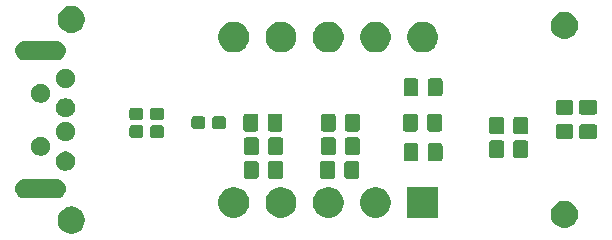
<source format=gbr>
G04 #@! TF.GenerationSoftware,KiCad,Pcbnew,(5.1.0)-1*
G04 #@! TF.CreationDate,2022-11-08T17:01:55+01:00*
G04 #@! TF.ProjectId,USB - UART,55534220-2d20-4554-9152-542e6b696361,rev?*
G04 #@! TF.SameCoordinates,Original*
G04 #@! TF.FileFunction,Soldermask,Bot*
G04 #@! TF.FilePolarity,Negative*
%FSLAX46Y46*%
G04 Gerber Fmt 4.6, Leading zero omitted, Abs format (unit mm)*
G04 Created by KiCad (PCBNEW (5.1.0)-1) date 2022-11-08 17:01:55*
%MOMM*%
%LPD*%
G04 APERTURE LIST*
%ADD10C,0.100000*%
G04 APERTURE END LIST*
D10*
G36*
X108224549Y-109871116D02*
G01*
X108335734Y-109893232D01*
X108545203Y-109979997D01*
X108733720Y-110105960D01*
X108894040Y-110266280D01*
X109020003Y-110454797D01*
X109106768Y-110664266D01*
X109151000Y-110886636D01*
X109151000Y-111113364D01*
X109106768Y-111335734D01*
X109020003Y-111545203D01*
X108894040Y-111733720D01*
X108733720Y-111894040D01*
X108545203Y-112020003D01*
X108335734Y-112106768D01*
X108224549Y-112128884D01*
X108113365Y-112151000D01*
X107886635Y-112151000D01*
X107775451Y-112128884D01*
X107664266Y-112106768D01*
X107454797Y-112020003D01*
X107266280Y-111894040D01*
X107105960Y-111733720D01*
X106979997Y-111545203D01*
X106893232Y-111335734D01*
X106849000Y-111113364D01*
X106849000Y-110886636D01*
X106893232Y-110664266D01*
X106979997Y-110454797D01*
X107105960Y-110266280D01*
X107266280Y-110105960D01*
X107454797Y-109979997D01*
X107664266Y-109893232D01*
X107775451Y-109871116D01*
X107886635Y-109849000D01*
X108113365Y-109849000D01*
X108224549Y-109871116D01*
X108224549Y-109871116D01*
G37*
G36*
X149974549Y-109371116D02*
G01*
X150085734Y-109393232D01*
X150295203Y-109479997D01*
X150483720Y-109605960D01*
X150644040Y-109766280D01*
X150770003Y-109954797D01*
X150770004Y-109954799D01*
X150856768Y-110164267D01*
X150901000Y-110386635D01*
X150901000Y-110613365D01*
X150890875Y-110664266D01*
X150856768Y-110835734D01*
X150770003Y-111045203D01*
X150644040Y-111233720D01*
X150483720Y-111394040D01*
X150295203Y-111520003D01*
X150085734Y-111606768D01*
X149974549Y-111628884D01*
X149863365Y-111651000D01*
X149636635Y-111651000D01*
X149525451Y-111628884D01*
X149414266Y-111606768D01*
X149204797Y-111520003D01*
X149016280Y-111394040D01*
X148855960Y-111233720D01*
X148729997Y-111045203D01*
X148643232Y-110835734D01*
X148609125Y-110664266D01*
X148599000Y-110613365D01*
X148599000Y-110386635D01*
X148643232Y-110164267D01*
X148729996Y-109954799D01*
X148729997Y-109954797D01*
X148855960Y-109766280D01*
X149016280Y-109605960D01*
X149204797Y-109479997D01*
X149414266Y-109393232D01*
X149525451Y-109371116D01*
X149636635Y-109349000D01*
X149863365Y-109349000D01*
X149974549Y-109371116D01*
X149974549Y-109371116D01*
G37*
G36*
X130129487Y-108248996D02*
G01*
X130366253Y-108347068D01*
X130366255Y-108347069D01*
X130579339Y-108489447D01*
X130760553Y-108670661D01*
X130849556Y-108803863D01*
X130902932Y-108883747D01*
X131001004Y-109120513D01*
X131051000Y-109371861D01*
X131051000Y-109628139D01*
X131001004Y-109879487D01*
X130902932Y-110116253D01*
X130902931Y-110116255D01*
X130760553Y-110329339D01*
X130579339Y-110510553D01*
X130366255Y-110652931D01*
X130366254Y-110652932D01*
X130366253Y-110652932D01*
X130129487Y-110751004D01*
X129878139Y-110801000D01*
X129621861Y-110801000D01*
X129370513Y-110751004D01*
X129133747Y-110652932D01*
X129133746Y-110652932D01*
X129133745Y-110652931D01*
X128920661Y-110510553D01*
X128739447Y-110329339D01*
X128597069Y-110116255D01*
X128597068Y-110116253D01*
X128498996Y-109879487D01*
X128449000Y-109628139D01*
X128449000Y-109371861D01*
X128498996Y-109120513D01*
X128597068Y-108883747D01*
X128650445Y-108803863D01*
X128739447Y-108670661D01*
X128920661Y-108489447D01*
X129133745Y-108347069D01*
X129133747Y-108347068D01*
X129370513Y-108248996D01*
X129621861Y-108199000D01*
X129878139Y-108199000D01*
X130129487Y-108248996D01*
X130129487Y-108248996D01*
G37*
G36*
X134129487Y-108248996D02*
G01*
X134366253Y-108347068D01*
X134366255Y-108347069D01*
X134579339Y-108489447D01*
X134760553Y-108670661D01*
X134849556Y-108803863D01*
X134902932Y-108883747D01*
X135001004Y-109120513D01*
X135051000Y-109371861D01*
X135051000Y-109628139D01*
X135001004Y-109879487D01*
X134902932Y-110116253D01*
X134902931Y-110116255D01*
X134760553Y-110329339D01*
X134579339Y-110510553D01*
X134366255Y-110652931D01*
X134366254Y-110652932D01*
X134366253Y-110652932D01*
X134129487Y-110751004D01*
X133878139Y-110801000D01*
X133621861Y-110801000D01*
X133370513Y-110751004D01*
X133133747Y-110652932D01*
X133133746Y-110652932D01*
X133133745Y-110652931D01*
X132920661Y-110510553D01*
X132739447Y-110329339D01*
X132597069Y-110116255D01*
X132597068Y-110116253D01*
X132498996Y-109879487D01*
X132449000Y-109628139D01*
X132449000Y-109371861D01*
X132498996Y-109120513D01*
X132597068Y-108883747D01*
X132650445Y-108803863D01*
X132739447Y-108670661D01*
X132920661Y-108489447D01*
X133133745Y-108347069D01*
X133133747Y-108347068D01*
X133370513Y-108248996D01*
X133621861Y-108199000D01*
X133878139Y-108199000D01*
X134129487Y-108248996D01*
X134129487Y-108248996D01*
G37*
G36*
X139051000Y-110801000D02*
G01*
X136449000Y-110801000D01*
X136449000Y-108199000D01*
X139051000Y-108199000D01*
X139051000Y-110801000D01*
X139051000Y-110801000D01*
G37*
G36*
X122129487Y-108248996D02*
G01*
X122366253Y-108347068D01*
X122366255Y-108347069D01*
X122579339Y-108489447D01*
X122760553Y-108670661D01*
X122849556Y-108803863D01*
X122902932Y-108883747D01*
X123001004Y-109120513D01*
X123051000Y-109371861D01*
X123051000Y-109628139D01*
X123001004Y-109879487D01*
X122902932Y-110116253D01*
X122902931Y-110116255D01*
X122760553Y-110329339D01*
X122579339Y-110510553D01*
X122366255Y-110652931D01*
X122366254Y-110652932D01*
X122366253Y-110652932D01*
X122129487Y-110751004D01*
X121878139Y-110801000D01*
X121621861Y-110801000D01*
X121370513Y-110751004D01*
X121133747Y-110652932D01*
X121133746Y-110652932D01*
X121133745Y-110652931D01*
X120920661Y-110510553D01*
X120739447Y-110329339D01*
X120597069Y-110116255D01*
X120597068Y-110116253D01*
X120498996Y-109879487D01*
X120449000Y-109628139D01*
X120449000Y-109371861D01*
X120498996Y-109120513D01*
X120597068Y-108883747D01*
X120650445Y-108803863D01*
X120739447Y-108670661D01*
X120920661Y-108489447D01*
X121133745Y-108347069D01*
X121133747Y-108347068D01*
X121370513Y-108248996D01*
X121621861Y-108199000D01*
X121878139Y-108199000D01*
X122129487Y-108248996D01*
X122129487Y-108248996D01*
G37*
G36*
X126129487Y-108248996D02*
G01*
X126366253Y-108347068D01*
X126366255Y-108347069D01*
X126579339Y-108489447D01*
X126760553Y-108670661D01*
X126849556Y-108803863D01*
X126902932Y-108883747D01*
X127001004Y-109120513D01*
X127051000Y-109371861D01*
X127051000Y-109628139D01*
X127001004Y-109879487D01*
X126902932Y-110116253D01*
X126902931Y-110116255D01*
X126760553Y-110329339D01*
X126579339Y-110510553D01*
X126366255Y-110652931D01*
X126366254Y-110652932D01*
X126366253Y-110652932D01*
X126129487Y-110751004D01*
X125878139Y-110801000D01*
X125621861Y-110801000D01*
X125370513Y-110751004D01*
X125133747Y-110652932D01*
X125133746Y-110652932D01*
X125133745Y-110652931D01*
X124920661Y-110510553D01*
X124739447Y-110329339D01*
X124597069Y-110116255D01*
X124597068Y-110116253D01*
X124498996Y-109879487D01*
X124449000Y-109628139D01*
X124449000Y-109371861D01*
X124498996Y-109120513D01*
X124597068Y-108883747D01*
X124650445Y-108803863D01*
X124739447Y-108670661D01*
X124920661Y-108489447D01*
X125133745Y-108347069D01*
X125133747Y-108347068D01*
X125370513Y-108248996D01*
X125621861Y-108199000D01*
X125878139Y-108199000D01*
X126129487Y-108248996D01*
X126129487Y-108248996D01*
G37*
G36*
X106817747Y-107540921D02*
G01*
X106897376Y-107548764D01*
X107050627Y-107595252D01*
X107050630Y-107595253D01*
X107191863Y-107670744D01*
X107315659Y-107772341D01*
X107417256Y-107896137D01*
X107492747Y-108037370D01*
X107492748Y-108037373D01*
X107539236Y-108190624D01*
X107554933Y-108350000D01*
X107539236Y-108509376D01*
X107492748Y-108662627D01*
X107492747Y-108662630D01*
X107417256Y-108803863D01*
X107315659Y-108927659D01*
X107191863Y-109029256D01*
X107050630Y-109104747D01*
X107050627Y-109104748D01*
X106897376Y-109151236D01*
X106817747Y-109159079D01*
X106777934Y-109163000D01*
X104022066Y-109163000D01*
X103982253Y-109159079D01*
X103902624Y-109151236D01*
X103749373Y-109104748D01*
X103749370Y-109104747D01*
X103608137Y-109029256D01*
X103484341Y-108927659D01*
X103382744Y-108803863D01*
X103307253Y-108662630D01*
X103307252Y-108662627D01*
X103260764Y-108509376D01*
X103245067Y-108350000D01*
X103260764Y-108190624D01*
X103307252Y-108037373D01*
X103307253Y-108037370D01*
X103382744Y-107896137D01*
X103484341Y-107772341D01*
X103608137Y-107670744D01*
X103749370Y-107595253D01*
X103749373Y-107595252D01*
X103902624Y-107548764D01*
X103982253Y-107540921D01*
X104022066Y-107537000D01*
X106777934Y-107537000D01*
X106817747Y-107540921D01*
X106817747Y-107540921D01*
G37*
G36*
X132213674Y-106003465D02*
G01*
X132251367Y-106014899D01*
X132286103Y-106033466D01*
X132316548Y-106058452D01*
X132341534Y-106088897D01*
X132360101Y-106123633D01*
X132371535Y-106161326D01*
X132376000Y-106206661D01*
X132376000Y-107293339D01*
X132371535Y-107338674D01*
X132360101Y-107376367D01*
X132341534Y-107411103D01*
X132316548Y-107441548D01*
X132286103Y-107466534D01*
X132251367Y-107485101D01*
X132213674Y-107496535D01*
X132168339Y-107501000D01*
X131331661Y-107501000D01*
X131286326Y-107496535D01*
X131248633Y-107485101D01*
X131213897Y-107466534D01*
X131183452Y-107441548D01*
X131158466Y-107411103D01*
X131139899Y-107376367D01*
X131128465Y-107338674D01*
X131124000Y-107293339D01*
X131124000Y-106206661D01*
X131128465Y-106161326D01*
X131139899Y-106123633D01*
X131158466Y-106088897D01*
X131183452Y-106058452D01*
X131213897Y-106033466D01*
X131248633Y-106014899D01*
X131286326Y-106003465D01*
X131331661Y-105999000D01*
X132168339Y-105999000D01*
X132213674Y-106003465D01*
X132213674Y-106003465D01*
G37*
G36*
X130163674Y-106003465D02*
G01*
X130201367Y-106014899D01*
X130236103Y-106033466D01*
X130266548Y-106058452D01*
X130291534Y-106088897D01*
X130310101Y-106123633D01*
X130321535Y-106161326D01*
X130326000Y-106206661D01*
X130326000Y-107293339D01*
X130321535Y-107338674D01*
X130310101Y-107376367D01*
X130291534Y-107411103D01*
X130266548Y-107441548D01*
X130236103Y-107466534D01*
X130201367Y-107485101D01*
X130163674Y-107496535D01*
X130118339Y-107501000D01*
X129281661Y-107501000D01*
X129236326Y-107496535D01*
X129198633Y-107485101D01*
X129163897Y-107466534D01*
X129133452Y-107441548D01*
X129108466Y-107411103D01*
X129089899Y-107376367D01*
X129078465Y-107338674D01*
X129074000Y-107293339D01*
X129074000Y-106206661D01*
X129078465Y-106161326D01*
X129089899Y-106123633D01*
X129108466Y-106088897D01*
X129133452Y-106058452D01*
X129163897Y-106033466D01*
X129198633Y-106014899D01*
X129236326Y-106003465D01*
X129281661Y-105999000D01*
X130118339Y-105999000D01*
X130163674Y-106003465D01*
X130163674Y-106003465D01*
G37*
G36*
X123688674Y-106003465D02*
G01*
X123726367Y-106014899D01*
X123761103Y-106033466D01*
X123791548Y-106058452D01*
X123816534Y-106088897D01*
X123835101Y-106123633D01*
X123846535Y-106161326D01*
X123851000Y-106206661D01*
X123851000Y-107293339D01*
X123846535Y-107338674D01*
X123835101Y-107376367D01*
X123816534Y-107411103D01*
X123791548Y-107441548D01*
X123761103Y-107466534D01*
X123726367Y-107485101D01*
X123688674Y-107496535D01*
X123643339Y-107501000D01*
X122806661Y-107501000D01*
X122761326Y-107496535D01*
X122723633Y-107485101D01*
X122688897Y-107466534D01*
X122658452Y-107441548D01*
X122633466Y-107411103D01*
X122614899Y-107376367D01*
X122603465Y-107338674D01*
X122599000Y-107293339D01*
X122599000Y-106206661D01*
X122603465Y-106161326D01*
X122614899Y-106123633D01*
X122633466Y-106088897D01*
X122658452Y-106058452D01*
X122688897Y-106033466D01*
X122723633Y-106014899D01*
X122761326Y-106003465D01*
X122806661Y-105999000D01*
X123643339Y-105999000D01*
X123688674Y-106003465D01*
X123688674Y-106003465D01*
G37*
G36*
X125738674Y-106003465D02*
G01*
X125776367Y-106014899D01*
X125811103Y-106033466D01*
X125841548Y-106058452D01*
X125866534Y-106088897D01*
X125885101Y-106123633D01*
X125896535Y-106161326D01*
X125901000Y-106206661D01*
X125901000Y-107293339D01*
X125896535Y-107338674D01*
X125885101Y-107376367D01*
X125866534Y-107411103D01*
X125841548Y-107441548D01*
X125811103Y-107466534D01*
X125776367Y-107485101D01*
X125738674Y-107496535D01*
X125693339Y-107501000D01*
X124856661Y-107501000D01*
X124811326Y-107496535D01*
X124773633Y-107485101D01*
X124738897Y-107466534D01*
X124708452Y-107441548D01*
X124683466Y-107411103D01*
X124664899Y-107376367D01*
X124653465Y-107338674D01*
X124649000Y-107293339D01*
X124649000Y-106206661D01*
X124653465Y-106161326D01*
X124664899Y-106123633D01*
X124683466Y-106088897D01*
X124708452Y-106058452D01*
X124738897Y-106033466D01*
X124773633Y-106014899D01*
X124811326Y-106003465D01*
X124856661Y-105999000D01*
X125693339Y-105999000D01*
X125738674Y-106003465D01*
X125738674Y-106003465D01*
G37*
G36*
X107737142Y-105218242D02*
G01*
X107885101Y-105279529D01*
X108018255Y-105368499D01*
X108131501Y-105481745D01*
X108220471Y-105614899D01*
X108281758Y-105762858D01*
X108313000Y-105919925D01*
X108313000Y-106080075D01*
X108281758Y-106237142D01*
X108220471Y-106385101D01*
X108131501Y-106518255D01*
X108018255Y-106631501D01*
X107885101Y-106720471D01*
X107737142Y-106781758D01*
X107580075Y-106813000D01*
X107419925Y-106813000D01*
X107262858Y-106781758D01*
X107114899Y-106720471D01*
X106981745Y-106631501D01*
X106868499Y-106518255D01*
X106779529Y-106385101D01*
X106718242Y-106237142D01*
X106687000Y-106080075D01*
X106687000Y-105919925D01*
X106718242Y-105762858D01*
X106779529Y-105614899D01*
X106868499Y-105481745D01*
X106981745Y-105368499D01*
X107114899Y-105279529D01*
X107262858Y-105218242D01*
X107419925Y-105187000D01*
X107580075Y-105187000D01*
X107737142Y-105218242D01*
X107737142Y-105218242D01*
G37*
G36*
X137213674Y-104503465D02*
G01*
X137251367Y-104514899D01*
X137286103Y-104533466D01*
X137316548Y-104558452D01*
X137341534Y-104588897D01*
X137360101Y-104623633D01*
X137371535Y-104661326D01*
X137376000Y-104706661D01*
X137376000Y-105793339D01*
X137371535Y-105838674D01*
X137360101Y-105876367D01*
X137341534Y-105911103D01*
X137316548Y-105941548D01*
X137286103Y-105966534D01*
X137251367Y-105985101D01*
X137213674Y-105996535D01*
X137168339Y-106001000D01*
X136331661Y-106001000D01*
X136286326Y-105996535D01*
X136248633Y-105985101D01*
X136213897Y-105966534D01*
X136183452Y-105941548D01*
X136158466Y-105911103D01*
X136139899Y-105876367D01*
X136128465Y-105838674D01*
X136124000Y-105793339D01*
X136124000Y-104706661D01*
X136128465Y-104661326D01*
X136139899Y-104623633D01*
X136158466Y-104588897D01*
X136183452Y-104558452D01*
X136213897Y-104533466D01*
X136248633Y-104514899D01*
X136286326Y-104503465D01*
X136331661Y-104499000D01*
X137168339Y-104499000D01*
X137213674Y-104503465D01*
X137213674Y-104503465D01*
G37*
G36*
X139263674Y-104503465D02*
G01*
X139301367Y-104514899D01*
X139336103Y-104533466D01*
X139366548Y-104558452D01*
X139391534Y-104588897D01*
X139410101Y-104623633D01*
X139421535Y-104661326D01*
X139426000Y-104706661D01*
X139426000Y-105793339D01*
X139421535Y-105838674D01*
X139410101Y-105876367D01*
X139391534Y-105911103D01*
X139366548Y-105941548D01*
X139336103Y-105966534D01*
X139301367Y-105985101D01*
X139263674Y-105996535D01*
X139218339Y-106001000D01*
X138381661Y-106001000D01*
X138336326Y-105996535D01*
X138298633Y-105985101D01*
X138263897Y-105966534D01*
X138233452Y-105941548D01*
X138208466Y-105911103D01*
X138189899Y-105876367D01*
X138178465Y-105838674D01*
X138174000Y-105793339D01*
X138174000Y-104706661D01*
X138178465Y-104661326D01*
X138189899Y-104623633D01*
X138208466Y-104588897D01*
X138233452Y-104558452D01*
X138263897Y-104533466D01*
X138298633Y-104514899D01*
X138336326Y-104503465D01*
X138381661Y-104499000D01*
X139218339Y-104499000D01*
X139263674Y-104503465D01*
X139263674Y-104503465D01*
G37*
G36*
X146513674Y-104253465D02*
G01*
X146551367Y-104264899D01*
X146586103Y-104283466D01*
X146616548Y-104308452D01*
X146641534Y-104338897D01*
X146660101Y-104373633D01*
X146671535Y-104411326D01*
X146676000Y-104456661D01*
X146676000Y-105543339D01*
X146671535Y-105588674D01*
X146660101Y-105626367D01*
X146641534Y-105661103D01*
X146616548Y-105691548D01*
X146586103Y-105716534D01*
X146551367Y-105735101D01*
X146513674Y-105746535D01*
X146468339Y-105751000D01*
X145631661Y-105751000D01*
X145586326Y-105746535D01*
X145548633Y-105735101D01*
X145513897Y-105716534D01*
X145483452Y-105691548D01*
X145458466Y-105661103D01*
X145439899Y-105626367D01*
X145428465Y-105588674D01*
X145424000Y-105543339D01*
X145424000Y-104456661D01*
X145428465Y-104411326D01*
X145439899Y-104373633D01*
X145458466Y-104338897D01*
X145483452Y-104308452D01*
X145513897Y-104283466D01*
X145548633Y-104264899D01*
X145586326Y-104253465D01*
X145631661Y-104249000D01*
X146468339Y-104249000D01*
X146513674Y-104253465D01*
X146513674Y-104253465D01*
G37*
G36*
X144463674Y-104253465D02*
G01*
X144501367Y-104264899D01*
X144536103Y-104283466D01*
X144566548Y-104308452D01*
X144591534Y-104338897D01*
X144610101Y-104373633D01*
X144621535Y-104411326D01*
X144626000Y-104456661D01*
X144626000Y-105543339D01*
X144621535Y-105588674D01*
X144610101Y-105626367D01*
X144591534Y-105661103D01*
X144566548Y-105691548D01*
X144536103Y-105716534D01*
X144501367Y-105735101D01*
X144463674Y-105746535D01*
X144418339Y-105751000D01*
X143581661Y-105751000D01*
X143536326Y-105746535D01*
X143498633Y-105735101D01*
X143463897Y-105716534D01*
X143433452Y-105691548D01*
X143408466Y-105661103D01*
X143389899Y-105626367D01*
X143378465Y-105588674D01*
X143374000Y-105543339D01*
X143374000Y-104456661D01*
X143378465Y-104411326D01*
X143389899Y-104373633D01*
X143408466Y-104338897D01*
X143433452Y-104308452D01*
X143463897Y-104283466D01*
X143498633Y-104264899D01*
X143536326Y-104253465D01*
X143581661Y-104249000D01*
X144418339Y-104249000D01*
X144463674Y-104253465D01*
X144463674Y-104253465D01*
G37*
G36*
X105637142Y-103968242D02*
G01*
X105785101Y-104029529D01*
X105918255Y-104118499D01*
X106031501Y-104231745D01*
X106120471Y-104364899D01*
X106181758Y-104512858D01*
X106213000Y-104669925D01*
X106213000Y-104830075D01*
X106181758Y-104987142D01*
X106120471Y-105135101D01*
X106031501Y-105268255D01*
X105918255Y-105381501D01*
X105785101Y-105470471D01*
X105637142Y-105531758D01*
X105480075Y-105563000D01*
X105319925Y-105563000D01*
X105162858Y-105531758D01*
X105014899Y-105470471D01*
X104881745Y-105381501D01*
X104768499Y-105268255D01*
X104679529Y-105135101D01*
X104618242Y-104987142D01*
X104587000Y-104830075D01*
X104587000Y-104669925D01*
X104618242Y-104512858D01*
X104679529Y-104364899D01*
X104768499Y-104231745D01*
X104881745Y-104118499D01*
X105014899Y-104029529D01*
X105162858Y-103968242D01*
X105319925Y-103937000D01*
X105480075Y-103937000D01*
X105637142Y-103968242D01*
X105637142Y-103968242D01*
G37*
G36*
X132263674Y-104003465D02*
G01*
X132301367Y-104014899D01*
X132336103Y-104033466D01*
X132366548Y-104058452D01*
X132391534Y-104088897D01*
X132410101Y-104123633D01*
X132421535Y-104161326D01*
X132426000Y-104206661D01*
X132426000Y-105293339D01*
X132421535Y-105338674D01*
X132410101Y-105376367D01*
X132391534Y-105411103D01*
X132366548Y-105441548D01*
X132336103Y-105466534D01*
X132301367Y-105485101D01*
X132263674Y-105496535D01*
X132218339Y-105501000D01*
X131381661Y-105501000D01*
X131336326Y-105496535D01*
X131298633Y-105485101D01*
X131263897Y-105466534D01*
X131233452Y-105441548D01*
X131208466Y-105411103D01*
X131189899Y-105376367D01*
X131178465Y-105338674D01*
X131174000Y-105293339D01*
X131174000Y-104206661D01*
X131178465Y-104161326D01*
X131189899Y-104123633D01*
X131208466Y-104088897D01*
X131233452Y-104058452D01*
X131263897Y-104033466D01*
X131298633Y-104014899D01*
X131336326Y-104003465D01*
X131381661Y-103999000D01*
X132218339Y-103999000D01*
X132263674Y-104003465D01*
X132263674Y-104003465D01*
G37*
G36*
X130213674Y-104003465D02*
G01*
X130251367Y-104014899D01*
X130286103Y-104033466D01*
X130316548Y-104058452D01*
X130341534Y-104088897D01*
X130360101Y-104123633D01*
X130371535Y-104161326D01*
X130376000Y-104206661D01*
X130376000Y-105293339D01*
X130371535Y-105338674D01*
X130360101Y-105376367D01*
X130341534Y-105411103D01*
X130316548Y-105441548D01*
X130286103Y-105466534D01*
X130251367Y-105485101D01*
X130213674Y-105496535D01*
X130168339Y-105501000D01*
X129331661Y-105501000D01*
X129286326Y-105496535D01*
X129248633Y-105485101D01*
X129213897Y-105466534D01*
X129183452Y-105441548D01*
X129158466Y-105411103D01*
X129139899Y-105376367D01*
X129128465Y-105338674D01*
X129124000Y-105293339D01*
X129124000Y-104206661D01*
X129128465Y-104161326D01*
X129139899Y-104123633D01*
X129158466Y-104088897D01*
X129183452Y-104058452D01*
X129213897Y-104033466D01*
X129248633Y-104014899D01*
X129286326Y-104003465D01*
X129331661Y-103999000D01*
X130168339Y-103999000D01*
X130213674Y-104003465D01*
X130213674Y-104003465D01*
G37*
G36*
X125763674Y-104003465D02*
G01*
X125801367Y-104014899D01*
X125836103Y-104033466D01*
X125866548Y-104058452D01*
X125891534Y-104088897D01*
X125910101Y-104123633D01*
X125921535Y-104161326D01*
X125926000Y-104206661D01*
X125926000Y-105293339D01*
X125921535Y-105338674D01*
X125910101Y-105376367D01*
X125891534Y-105411103D01*
X125866548Y-105441548D01*
X125836103Y-105466534D01*
X125801367Y-105485101D01*
X125763674Y-105496535D01*
X125718339Y-105501000D01*
X124881661Y-105501000D01*
X124836326Y-105496535D01*
X124798633Y-105485101D01*
X124763897Y-105466534D01*
X124733452Y-105441548D01*
X124708466Y-105411103D01*
X124689899Y-105376367D01*
X124678465Y-105338674D01*
X124674000Y-105293339D01*
X124674000Y-104206661D01*
X124678465Y-104161326D01*
X124689899Y-104123633D01*
X124708466Y-104088897D01*
X124733452Y-104058452D01*
X124763897Y-104033466D01*
X124798633Y-104014899D01*
X124836326Y-104003465D01*
X124881661Y-103999000D01*
X125718339Y-103999000D01*
X125763674Y-104003465D01*
X125763674Y-104003465D01*
G37*
G36*
X123713674Y-104003465D02*
G01*
X123751367Y-104014899D01*
X123786103Y-104033466D01*
X123816548Y-104058452D01*
X123841534Y-104088897D01*
X123860101Y-104123633D01*
X123871535Y-104161326D01*
X123876000Y-104206661D01*
X123876000Y-105293339D01*
X123871535Y-105338674D01*
X123860101Y-105376367D01*
X123841534Y-105411103D01*
X123816548Y-105441548D01*
X123786103Y-105466534D01*
X123751367Y-105485101D01*
X123713674Y-105496535D01*
X123668339Y-105501000D01*
X122831661Y-105501000D01*
X122786326Y-105496535D01*
X122748633Y-105485101D01*
X122713897Y-105466534D01*
X122683452Y-105441548D01*
X122658466Y-105411103D01*
X122639899Y-105376367D01*
X122628465Y-105338674D01*
X122624000Y-105293339D01*
X122624000Y-104206661D01*
X122628465Y-104161326D01*
X122639899Y-104123633D01*
X122658466Y-104088897D01*
X122683452Y-104058452D01*
X122713897Y-104033466D01*
X122748633Y-104014899D01*
X122786326Y-104003465D01*
X122831661Y-103999000D01*
X123668339Y-103999000D01*
X123713674Y-104003465D01*
X123713674Y-104003465D01*
G37*
G36*
X107737142Y-102718242D02*
G01*
X107885101Y-102779529D01*
X108018255Y-102868499D01*
X108131501Y-102981745D01*
X108220471Y-103114899D01*
X108281758Y-103262858D01*
X108313000Y-103419925D01*
X108313000Y-103580075D01*
X108281758Y-103737142D01*
X108220471Y-103885101D01*
X108131501Y-104018255D01*
X108018255Y-104131501D01*
X107885101Y-104220471D01*
X107737142Y-104281758D01*
X107580075Y-104313000D01*
X107419925Y-104313000D01*
X107262858Y-104281758D01*
X107114899Y-104220471D01*
X106981745Y-104131501D01*
X106868499Y-104018255D01*
X106779529Y-103885101D01*
X106718242Y-103737142D01*
X106687000Y-103580075D01*
X106687000Y-103419925D01*
X106718242Y-103262858D01*
X106779529Y-103114899D01*
X106868499Y-102981745D01*
X106981745Y-102868499D01*
X107114899Y-102779529D01*
X107262858Y-102718242D01*
X107419925Y-102687000D01*
X107580075Y-102687000D01*
X107737142Y-102718242D01*
X107737142Y-102718242D01*
G37*
G36*
X150338674Y-102878465D02*
G01*
X150376367Y-102889899D01*
X150411103Y-102908466D01*
X150441548Y-102933452D01*
X150466534Y-102963897D01*
X150485101Y-102998633D01*
X150496535Y-103036326D01*
X150501000Y-103081661D01*
X150501000Y-103918339D01*
X150496535Y-103963674D01*
X150485101Y-104001367D01*
X150466534Y-104036103D01*
X150441548Y-104066548D01*
X150411103Y-104091534D01*
X150376367Y-104110101D01*
X150338674Y-104121535D01*
X150293339Y-104126000D01*
X149206661Y-104126000D01*
X149161326Y-104121535D01*
X149123633Y-104110101D01*
X149088897Y-104091534D01*
X149058452Y-104066548D01*
X149033466Y-104036103D01*
X149014899Y-104001367D01*
X149003465Y-103963674D01*
X148999000Y-103918339D01*
X148999000Y-103081661D01*
X149003465Y-103036326D01*
X149014899Y-102998633D01*
X149033466Y-102963897D01*
X149058452Y-102933452D01*
X149088897Y-102908466D01*
X149123633Y-102889899D01*
X149161326Y-102878465D01*
X149206661Y-102874000D01*
X150293339Y-102874000D01*
X150338674Y-102878465D01*
X150338674Y-102878465D01*
G37*
G36*
X152338674Y-102878465D02*
G01*
X152376367Y-102889899D01*
X152411103Y-102908466D01*
X152441548Y-102933452D01*
X152466534Y-102963897D01*
X152485101Y-102998633D01*
X152496535Y-103036326D01*
X152501000Y-103081661D01*
X152501000Y-103918339D01*
X152496535Y-103963674D01*
X152485101Y-104001367D01*
X152466534Y-104036103D01*
X152441548Y-104066548D01*
X152411103Y-104091534D01*
X152376367Y-104110101D01*
X152338674Y-104121535D01*
X152293339Y-104126000D01*
X151206661Y-104126000D01*
X151161326Y-104121535D01*
X151123633Y-104110101D01*
X151088897Y-104091534D01*
X151058452Y-104066548D01*
X151033466Y-104036103D01*
X151014899Y-104001367D01*
X151003465Y-103963674D01*
X150999000Y-103918339D01*
X150999000Y-103081661D01*
X151003465Y-103036326D01*
X151014899Y-102998633D01*
X151033466Y-102963897D01*
X151058452Y-102933452D01*
X151088897Y-102908466D01*
X151123633Y-102889899D01*
X151161326Y-102878465D01*
X151206661Y-102874000D01*
X152293339Y-102874000D01*
X152338674Y-102878465D01*
X152338674Y-102878465D01*
G37*
G36*
X115664499Y-102978445D02*
G01*
X115701995Y-102989820D01*
X115736554Y-103008292D01*
X115766847Y-103033153D01*
X115791708Y-103063446D01*
X115810180Y-103098005D01*
X115821555Y-103135501D01*
X115826000Y-103180638D01*
X115826000Y-103819362D01*
X115821555Y-103864499D01*
X115810180Y-103901995D01*
X115791708Y-103936554D01*
X115766847Y-103966847D01*
X115736554Y-103991708D01*
X115701995Y-104010180D01*
X115664499Y-104021555D01*
X115619362Y-104026000D01*
X114880638Y-104026000D01*
X114835501Y-104021555D01*
X114798005Y-104010180D01*
X114763446Y-103991708D01*
X114733153Y-103966847D01*
X114708292Y-103936554D01*
X114689820Y-103901995D01*
X114678445Y-103864499D01*
X114674000Y-103819362D01*
X114674000Y-103180638D01*
X114678445Y-103135501D01*
X114689820Y-103098005D01*
X114708292Y-103063446D01*
X114733153Y-103033153D01*
X114763446Y-103008292D01*
X114798005Y-102989820D01*
X114835501Y-102978445D01*
X114880638Y-102974000D01*
X115619362Y-102974000D01*
X115664499Y-102978445D01*
X115664499Y-102978445D01*
G37*
G36*
X113914499Y-102978445D02*
G01*
X113951995Y-102989820D01*
X113986554Y-103008292D01*
X114016847Y-103033153D01*
X114041708Y-103063446D01*
X114060180Y-103098005D01*
X114071555Y-103135501D01*
X114076000Y-103180638D01*
X114076000Y-103819362D01*
X114071555Y-103864499D01*
X114060180Y-103901995D01*
X114041708Y-103936554D01*
X114016847Y-103966847D01*
X113986554Y-103991708D01*
X113951995Y-104010180D01*
X113914499Y-104021555D01*
X113869362Y-104026000D01*
X113130638Y-104026000D01*
X113085501Y-104021555D01*
X113048005Y-104010180D01*
X113013446Y-103991708D01*
X112983153Y-103966847D01*
X112958292Y-103936554D01*
X112939820Y-103901995D01*
X112928445Y-103864499D01*
X112924000Y-103819362D01*
X112924000Y-103180638D01*
X112928445Y-103135501D01*
X112939820Y-103098005D01*
X112958292Y-103063446D01*
X112983153Y-103033153D01*
X113013446Y-103008292D01*
X113048005Y-102989820D01*
X113085501Y-102978445D01*
X113130638Y-102974000D01*
X113869362Y-102974000D01*
X113914499Y-102978445D01*
X113914499Y-102978445D01*
G37*
G36*
X146513674Y-102253465D02*
G01*
X146551367Y-102264899D01*
X146586103Y-102283466D01*
X146616548Y-102308452D01*
X146641534Y-102338897D01*
X146660101Y-102373633D01*
X146671535Y-102411326D01*
X146676000Y-102456661D01*
X146676000Y-103543339D01*
X146671535Y-103588674D01*
X146660101Y-103626367D01*
X146641534Y-103661103D01*
X146616548Y-103691548D01*
X146586103Y-103716534D01*
X146551367Y-103735101D01*
X146513674Y-103746535D01*
X146468339Y-103751000D01*
X145631661Y-103751000D01*
X145586326Y-103746535D01*
X145548633Y-103735101D01*
X145513897Y-103716534D01*
X145483452Y-103691548D01*
X145458466Y-103661103D01*
X145439899Y-103626367D01*
X145428465Y-103588674D01*
X145424000Y-103543339D01*
X145424000Y-102456661D01*
X145428465Y-102411326D01*
X145439899Y-102373633D01*
X145458466Y-102338897D01*
X145483452Y-102308452D01*
X145513897Y-102283466D01*
X145548633Y-102264899D01*
X145586326Y-102253465D01*
X145631661Y-102249000D01*
X146468339Y-102249000D01*
X146513674Y-102253465D01*
X146513674Y-102253465D01*
G37*
G36*
X144463674Y-102253465D02*
G01*
X144501367Y-102264899D01*
X144536103Y-102283466D01*
X144566548Y-102308452D01*
X144591534Y-102338897D01*
X144610101Y-102373633D01*
X144621535Y-102411326D01*
X144626000Y-102456661D01*
X144626000Y-103543339D01*
X144621535Y-103588674D01*
X144610101Y-103626367D01*
X144591534Y-103661103D01*
X144566548Y-103691548D01*
X144536103Y-103716534D01*
X144501367Y-103735101D01*
X144463674Y-103746535D01*
X144418339Y-103751000D01*
X143581661Y-103751000D01*
X143536326Y-103746535D01*
X143498633Y-103735101D01*
X143463897Y-103716534D01*
X143433452Y-103691548D01*
X143408466Y-103661103D01*
X143389899Y-103626367D01*
X143378465Y-103588674D01*
X143374000Y-103543339D01*
X143374000Y-102456661D01*
X143378465Y-102411326D01*
X143389899Y-102373633D01*
X143408466Y-102338897D01*
X143433452Y-102308452D01*
X143463897Y-102283466D01*
X143498633Y-102264899D01*
X143536326Y-102253465D01*
X143581661Y-102249000D01*
X144418339Y-102249000D01*
X144463674Y-102253465D01*
X144463674Y-102253465D01*
G37*
G36*
X137163674Y-102003465D02*
G01*
X137201367Y-102014899D01*
X137236103Y-102033466D01*
X137266548Y-102058452D01*
X137291534Y-102088897D01*
X137310101Y-102123633D01*
X137321535Y-102161326D01*
X137326000Y-102206661D01*
X137326000Y-103293339D01*
X137321535Y-103338674D01*
X137310101Y-103376367D01*
X137291534Y-103411103D01*
X137266548Y-103441548D01*
X137236103Y-103466534D01*
X137201367Y-103485101D01*
X137163674Y-103496535D01*
X137118339Y-103501000D01*
X136281661Y-103501000D01*
X136236326Y-103496535D01*
X136198633Y-103485101D01*
X136163897Y-103466534D01*
X136133452Y-103441548D01*
X136108466Y-103411103D01*
X136089899Y-103376367D01*
X136078465Y-103338674D01*
X136074000Y-103293339D01*
X136074000Y-102206661D01*
X136078465Y-102161326D01*
X136089899Y-102123633D01*
X136108466Y-102088897D01*
X136133452Y-102058452D01*
X136163897Y-102033466D01*
X136198633Y-102014899D01*
X136236326Y-102003465D01*
X136281661Y-101999000D01*
X137118339Y-101999000D01*
X137163674Y-102003465D01*
X137163674Y-102003465D01*
G37*
G36*
X123663674Y-102003465D02*
G01*
X123701367Y-102014899D01*
X123736103Y-102033466D01*
X123766548Y-102058452D01*
X123791534Y-102088897D01*
X123810101Y-102123633D01*
X123821535Y-102161326D01*
X123826000Y-102206661D01*
X123826000Y-103293339D01*
X123821535Y-103338674D01*
X123810101Y-103376367D01*
X123791534Y-103411103D01*
X123766548Y-103441548D01*
X123736103Y-103466534D01*
X123701367Y-103485101D01*
X123663674Y-103496535D01*
X123618339Y-103501000D01*
X122781661Y-103501000D01*
X122736326Y-103496535D01*
X122698633Y-103485101D01*
X122663897Y-103466534D01*
X122633452Y-103441548D01*
X122608466Y-103411103D01*
X122589899Y-103376367D01*
X122578465Y-103338674D01*
X122574000Y-103293339D01*
X122574000Y-102206661D01*
X122578465Y-102161326D01*
X122589899Y-102123633D01*
X122608466Y-102088897D01*
X122633452Y-102058452D01*
X122663897Y-102033466D01*
X122698633Y-102014899D01*
X122736326Y-102003465D01*
X122781661Y-101999000D01*
X123618339Y-101999000D01*
X123663674Y-102003465D01*
X123663674Y-102003465D01*
G37*
G36*
X130213674Y-102003465D02*
G01*
X130251367Y-102014899D01*
X130286103Y-102033466D01*
X130316548Y-102058452D01*
X130341534Y-102088897D01*
X130360101Y-102123633D01*
X130371535Y-102161326D01*
X130376000Y-102206661D01*
X130376000Y-103293339D01*
X130371535Y-103338674D01*
X130360101Y-103376367D01*
X130341534Y-103411103D01*
X130316548Y-103441548D01*
X130286103Y-103466534D01*
X130251367Y-103485101D01*
X130213674Y-103496535D01*
X130168339Y-103501000D01*
X129331661Y-103501000D01*
X129286326Y-103496535D01*
X129248633Y-103485101D01*
X129213897Y-103466534D01*
X129183452Y-103441548D01*
X129158466Y-103411103D01*
X129139899Y-103376367D01*
X129128465Y-103338674D01*
X129124000Y-103293339D01*
X129124000Y-102206661D01*
X129128465Y-102161326D01*
X129139899Y-102123633D01*
X129158466Y-102088897D01*
X129183452Y-102058452D01*
X129213897Y-102033466D01*
X129248633Y-102014899D01*
X129286326Y-102003465D01*
X129331661Y-101999000D01*
X130168339Y-101999000D01*
X130213674Y-102003465D01*
X130213674Y-102003465D01*
G37*
G36*
X125713674Y-102003465D02*
G01*
X125751367Y-102014899D01*
X125786103Y-102033466D01*
X125816548Y-102058452D01*
X125841534Y-102088897D01*
X125860101Y-102123633D01*
X125871535Y-102161326D01*
X125876000Y-102206661D01*
X125876000Y-103293339D01*
X125871535Y-103338674D01*
X125860101Y-103376367D01*
X125841534Y-103411103D01*
X125816548Y-103441548D01*
X125786103Y-103466534D01*
X125751367Y-103485101D01*
X125713674Y-103496535D01*
X125668339Y-103501000D01*
X124831661Y-103501000D01*
X124786326Y-103496535D01*
X124748633Y-103485101D01*
X124713897Y-103466534D01*
X124683452Y-103441548D01*
X124658466Y-103411103D01*
X124639899Y-103376367D01*
X124628465Y-103338674D01*
X124624000Y-103293339D01*
X124624000Y-102206661D01*
X124628465Y-102161326D01*
X124639899Y-102123633D01*
X124658466Y-102088897D01*
X124683452Y-102058452D01*
X124713897Y-102033466D01*
X124748633Y-102014899D01*
X124786326Y-102003465D01*
X124831661Y-101999000D01*
X125668339Y-101999000D01*
X125713674Y-102003465D01*
X125713674Y-102003465D01*
G37*
G36*
X139213674Y-102003465D02*
G01*
X139251367Y-102014899D01*
X139286103Y-102033466D01*
X139316548Y-102058452D01*
X139341534Y-102088897D01*
X139360101Y-102123633D01*
X139371535Y-102161326D01*
X139376000Y-102206661D01*
X139376000Y-103293339D01*
X139371535Y-103338674D01*
X139360101Y-103376367D01*
X139341534Y-103411103D01*
X139316548Y-103441548D01*
X139286103Y-103466534D01*
X139251367Y-103485101D01*
X139213674Y-103496535D01*
X139168339Y-103501000D01*
X138331661Y-103501000D01*
X138286326Y-103496535D01*
X138248633Y-103485101D01*
X138213897Y-103466534D01*
X138183452Y-103441548D01*
X138158466Y-103411103D01*
X138139899Y-103376367D01*
X138128465Y-103338674D01*
X138124000Y-103293339D01*
X138124000Y-102206661D01*
X138128465Y-102161326D01*
X138139899Y-102123633D01*
X138158466Y-102088897D01*
X138183452Y-102058452D01*
X138213897Y-102033466D01*
X138248633Y-102014899D01*
X138286326Y-102003465D01*
X138331661Y-101999000D01*
X139168339Y-101999000D01*
X139213674Y-102003465D01*
X139213674Y-102003465D01*
G37*
G36*
X132263674Y-102003465D02*
G01*
X132301367Y-102014899D01*
X132336103Y-102033466D01*
X132366548Y-102058452D01*
X132391534Y-102088897D01*
X132410101Y-102123633D01*
X132421535Y-102161326D01*
X132426000Y-102206661D01*
X132426000Y-103293339D01*
X132421535Y-103338674D01*
X132410101Y-103376367D01*
X132391534Y-103411103D01*
X132366548Y-103441548D01*
X132336103Y-103466534D01*
X132301367Y-103485101D01*
X132263674Y-103496535D01*
X132218339Y-103501000D01*
X131381661Y-103501000D01*
X131336326Y-103496535D01*
X131298633Y-103485101D01*
X131263897Y-103466534D01*
X131233452Y-103441548D01*
X131208466Y-103411103D01*
X131189899Y-103376367D01*
X131178465Y-103338674D01*
X131174000Y-103293339D01*
X131174000Y-102206661D01*
X131178465Y-102161326D01*
X131189899Y-102123633D01*
X131208466Y-102088897D01*
X131233452Y-102058452D01*
X131263897Y-102033466D01*
X131298633Y-102014899D01*
X131336326Y-102003465D01*
X131381661Y-101999000D01*
X132218339Y-101999000D01*
X132263674Y-102003465D01*
X132263674Y-102003465D01*
G37*
G36*
X119164499Y-102228445D02*
G01*
X119201995Y-102239820D01*
X119236554Y-102258292D01*
X119266847Y-102283153D01*
X119291708Y-102313446D01*
X119310180Y-102348005D01*
X119321555Y-102385501D01*
X119326000Y-102430638D01*
X119326000Y-103069362D01*
X119321555Y-103114499D01*
X119310180Y-103151995D01*
X119291708Y-103186554D01*
X119266847Y-103216847D01*
X119236554Y-103241708D01*
X119201995Y-103260180D01*
X119164499Y-103271555D01*
X119119362Y-103276000D01*
X118380638Y-103276000D01*
X118335501Y-103271555D01*
X118298005Y-103260180D01*
X118263446Y-103241708D01*
X118233153Y-103216847D01*
X118208292Y-103186554D01*
X118189820Y-103151995D01*
X118178445Y-103114499D01*
X118174000Y-103069362D01*
X118174000Y-102430638D01*
X118178445Y-102385501D01*
X118189820Y-102348005D01*
X118208292Y-102313446D01*
X118233153Y-102283153D01*
X118263446Y-102258292D01*
X118298005Y-102239820D01*
X118335501Y-102228445D01*
X118380638Y-102224000D01*
X119119362Y-102224000D01*
X119164499Y-102228445D01*
X119164499Y-102228445D01*
G37*
G36*
X120914499Y-102228445D02*
G01*
X120951995Y-102239820D01*
X120986554Y-102258292D01*
X121016847Y-102283153D01*
X121041708Y-102313446D01*
X121060180Y-102348005D01*
X121071555Y-102385501D01*
X121076000Y-102430638D01*
X121076000Y-103069362D01*
X121071555Y-103114499D01*
X121060180Y-103151995D01*
X121041708Y-103186554D01*
X121016847Y-103216847D01*
X120986554Y-103241708D01*
X120951995Y-103260180D01*
X120914499Y-103271555D01*
X120869362Y-103276000D01*
X120130638Y-103276000D01*
X120085501Y-103271555D01*
X120048005Y-103260180D01*
X120013446Y-103241708D01*
X119983153Y-103216847D01*
X119958292Y-103186554D01*
X119939820Y-103151995D01*
X119928445Y-103114499D01*
X119924000Y-103069362D01*
X119924000Y-102430638D01*
X119928445Y-102385501D01*
X119939820Y-102348005D01*
X119958292Y-102313446D01*
X119983153Y-102283153D01*
X120013446Y-102258292D01*
X120048005Y-102239820D01*
X120085501Y-102228445D01*
X120130638Y-102224000D01*
X120869362Y-102224000D01*
X120914499Y-102228445D01*
X120914499Y-102228445D01*
G37*
G36*
X115664499Y-101478445D02*
G01*
X115701995Y-101489820D01*
X115736554Y-101508292D01*
X115766847Y-101533153D01*
X115791708Y-101563446D01*
X115810180Y-101598005D01*
X115821555Y-101635501D01*
X115826000Y-101680638D01*
X115826000Y-102319362D01*
X115821555Y-102364499D01*
X115810180Y-102401995D01*
X115791708Y-102436554D01*
X115766847Y-102466847D01*
X115736554Y-102491708D01*
X115701995Y-102510180D01*
X115664499Y-102521555D01*
X115619362Y-102526000D01*
X114880638Y-102526000D01*
X114835501Y-102521555D01*
X114798005Y-102510180D01*
X114763446Y-102491708D01*
X114733153Y-102466847D01*
X114708292Y-102436554D01*
X114689820Y-102401995D01*
X114678445Y-102364499D01*
X114674000Y-102319362D01*
X114674000Y-101680638D01*
X114678445Y-101635501D01*
X114689820Y-101598005D01*
X114708292Y-101563446D01*
X114733153Y-101533153D01*
X114763446Y-101508292D01*
X114798005Y-101489820D01*
X114835501Y-101478445D01*
X114880638Y-101474000D01*
X115619362Y-101474000D01*
X115664499Y-101478445D01*
X115664499Y-101478445D01*
G37*
G36*
X113914499Y-101478445D02*
G01*
X113951995Y-101489820D01*
X113986554Y-101508292D01*
X114016847Y-101533153D01*
X114041708Y-101563446D01*
X114060180Y-101598005D01*
X114071555Y-101635501D01*
X114076000Y-101680638D01*
X114076000Y-102319362D01*
X114071555Y-102364499D01*
X114060180Y-102401995D01*
X114041708Y-102436554D01*
X114016847Y-102466847D01*
X113986554Y-102491708D01*
X113951995Y-102510180D01*
X113914499Y-102521555D01*
X113869362Y-102526000D01*
X113130638Y-102526000D01*
X113085501Y-102521555D01*
X113048005Y-102510180D01*
X113013446Y-102491708D01*
X112983153Y-102466847D01*
X112958292Y-102436554D01*
X112939820Y-102401995D01*
X112928445Y-102364499D01*
X112924000Y-102319362D01*
X112924000Y-101680638D01*
X112928445Y-101635501D01*
X112939820Y-101598005D01*
X112958292Y-101563446D01*
X112983153Y-101533153D01*
X113013446Y-101508292D01*
X113048005Y-101489820D01*
X113085501Y-101478445D01*
X113130638Y-101474000D01*
X113869362Y-101474000D01*
X113914499Y-101478445D01*
X113914499Y-101478445D01*
G37*
G36*
X107737142Y-100718242D02*
G01*
X107885101Y-100779529D01*
X108018255Y-100868499D01*
X108131501Y-100981745D01*
X108220471Y-101114899D01*
X108281758Y-101262858D01*
X108313000Y-101419925D01*
X108313000Y-101580075D01*
X108281758Y-101737142D01*
X108220471Y-101885101D01*
X108131501Y-102018255D01*
X108018255Y-102131501D01*
X107885101Y-102220471D01*
X107737142Y-102281758D01*
X107580075Y-102313000D01*
X107419925Y-102313000D01*
X107262858Y-102281758D01*
X107114899Y-102220471D01*
X106981745Y-102131501D01*
X106868499Y-102018255D01*
X106779529Y-101885101D01*
X106718242Y-101737142D01*
X106687000Y-101580075D01*
X106687000Y-101419925D01*
X106718242Y-101262858D01*
X106779529Y-101114899D01*
X106868499Y-100981745D01*
X106981745Y-100868499D01*
X107114899Y-100779529D01*
X107262858Y-100718242D01*
X107419925Y-100687000D01*
X107580075Y-100687000D01*
X107737142Y-100718242D01*
X107737142Y-100718242D01*
G37*
G36*
X152338674Y-100828465D02*
G01*
X152376367Y-100839899D01*
X152411103Y-100858466D01*
X152441548Y-100883452D01*
X152466534Y-100913897D01*
X152485101Y-100948633D01*
X152496535Y-100986326D01*
X152501000Y-101031661D01*
X152501000Y-101868339D01*
X152496535Y-101913674D01*
X152485101Y-101951367D01*
X152466534Y-101986103D01*
X152441548Y-102016548D01*
X152411103Y-102041534D01*
X152376367Y-102060101D01*
X152338674Y-102071535D01*
X152293339Y-102076000D01*
X151206661Y-102076000D01*
X151161326Y-102071535D01*
X151123633Y-102060101D01*
X151088897Y-102041534D01*
X151058452Y-102016548D01*
X151033466Y-101986103D01*
X151014899Y-101951367D01*
X151003465Y-101913674D01*
X150999000Y-101868339D01*
X150999000Y-101031661D01*
X151003465Y-100986326D01*
X151014899Y-100948633D01*
X151033466Y-100913897D01*
X151058452Y-100883452D01*
X151088897Y-100858466D01*
X151123633Y-100839899D01*
X151161326Y-100828465D01*
X151206661Y-100824000D01*
X152293339Y-100824000D01*
X152338674Y-100828465D01*
X152338674Y-100828465D01*
G37*
G36*
X150338674Y-100828465D02*
G01*
X150376367Y-100839899D01*
X150411103Y-100858466D01*
X150441548Y-100883452D01*
X150466534Y-100913897D01*
X150485101Y-100948633D01*
X150496535Y-100986326D01*
X150501000Y-101031661D01*
X150501000Y-101868339D01*
X150496535Y-101913674D01*
X150485101Y-101951367D01*
X150466534Y-101986103D01*
X150441548Y-102016548D01*
X150411103Y-102041534D01*
X150376367Y-102060101D01*
X150338674Y-102071535D01*
X150293339Y-102076000D01*
X149206661Y-102076000D01*
X149161326Y-102071535D01*
X149123633Y-102060101D01*
X149088897Y-102041534D01*
X149058452Y-102016548D01*
X149033466Y-101986103D01*
X149014899Y-101951367D01*
X149003465Y-101913674D01*
X148999000Y-101868339D01*
X148999000Y-101031661D01*
X149003465Y-100986326D01*
X149014899Y-100948633D01*
X149033466Y-100913897D01*
X149058452Y-100883452D01*
X149088897Y-100858466D01*
X149123633Y-100839899D01*
X149161326Y-100828465D01*
X149206661Y-100824000D01*
X150293339Y-100824000D01*
X150338674Y-100828465D01*
X150338674Y-100828465D01*
G37*
G36*
X105637142Y-99468242D02*
G01*
X105785101Y-99529529D01*
X105918255Y-99618499D01*
X106031501Y-99731745D01*
X106120471Y-99864899D01*
X106181758Y-100012858D01*
X106213000Y-100169925D01*
X106213000Y-100330075D01*
X106181758Y-100487142D01*
X106120471Y-100635101D01*
X106031501Y-100768255D01*
X105918255Y-100881501D01*
X105785101Y-100970471D01*
X105637142Y-101031758D01*
X105480075Y-101063000D01*
X105319925Y-101063000D01*
X105162858Y-101031758D01*
X105014899Y-100970471D01*
X104881745Y-100881501D01*
X104768499Y-100768255D01*
X104679529Y-100635101D01*
X104618242Y-100487142D01*
X104587000Y-100330075D01*
X104587000Y-100169925D01*
X104618242Y-100012858D01*
X104679529Y-99864899D01*
X104768499Y-99731745D01*
X104881745Y-99618499D01*
X105014899Y-99529529D01*
X105162858Y-99468242D01*
X105319925Y-99437000D01*
X105480075Y-99437000D01*
X105637142Y-99468242D01*
X105637142Y-99468242D01*
G37*
G36*
X137213674Y-99003465D02*
G01*
X137251367Y-99014899D01*
X137286103Y-99033466D01*
X137316548Y-99058452D01*
X137341534Y-99088897D01*
X137360101Y-99123633D01*
X137371535Y-99161326D01*
X137376000Y-99206661D01*
X137376000Y-100293339D01*
X137371535Y-100338674D01*
X137360101Y-100376367D01*
X137341534Y-100411103D01*
X137316548Y-100441548D01*
X137286103Y-100466534D01*
X137251367Y-100485101D01*
X137213674Y-100496535D01*
X137168339Y-100501000D01*
X136331661Y-100501000D01*
X136286326Y-100496535D01*
X136248633Y-100485101D01*
X136213897Y-100466534D01*
X136183452Y-100441548D01*
X136158466Y-100411103D01*
X136139899Y-100376367D01*
X136128465Y-100338674D01*
X136124000Y-100293339D01*
X136124000Y-99206661D01*
X136128465Y-99161326D01*
X136139899Y-99123633D01*
X136158466Y-99088897D01*
X136183452Y-99058452D01*
X136213897Y-99033466D01*
X136248633Y-99014899D01*
X136286326Y-99003465D01*
X136331661Y-98999000D01*
X137168339Y-98999000D01*
X137213674Y-99003465D01*
X137213674Y-99003465D01*
G37*
G36*
X139263674Y-99003465D02*
G01*
X139301367Y-99014899D01*
X139336103Y-99033466D01*
X139366548Y-99058452D01*
X139391534Y-99088897D01*
X139410101Y-99123633D01*
X139421535Y-99161326D01*
X139426000Y-99206661D01*
X139426000Y-100293339D01*
X139421535Y-100338674D01*
X139410101Y-100376367D01*
X139391534Y-100411103D01*
X139366548Y-100441548D01*
X139336103Y-100466534D01*
X139301367Y-100485101D01*
X139263674Y-100496535D01*
X139218339Y-100501000D01*
X138381661Y-100501000D01*
X138336326Y-100496535D01*
X138298633Y-100485101D01*
X138263897Y-100466534D01*
X138233452Y-100441548D01*
X138208466Y-100411103D01*
X138189899Y-100376367D01*
X138178465Y-100338674D01*
X138174000Y-100293339D01*
X138174000Y-99206661D01*
X138178465Y-99161326D01*
X138189899Y-99123633D01*
X138208466Y-99088897D01*
X138233452Y-99058452D01*
X138263897Y-99033466D01*
X138298633Y-99014899D01*
X138336326Y-99003465D01*
X138381661Y-98999000D01*
X139218339Y-98999000D01*
X139263674Y-99003465D01*
X139263674Y-99003465D01*
G37*
G36*
X107737142Y-98218242D02*
G01*
X107885101Y-98279529D01*
X108018255Y-98368499D01*
X108131501Y-98481745D01*
X108220471Y-98614899D01*
X108281758Y-98762858D01*
X108313000Y-98919925D01*
X108313000Y-99080075D01*
X108281758Y-99237142D01*
X108220471Y-99385101D01*
X108131501Y-99518255D01*
X108018255Y-99631501D01*
X107885101Y-99720471D01*
X107737142Y-99781758D01*
X107580075Y-99813000D01*
X107419925Y-99813000D01*
X107262858Y-99781758D01*
X107114899Y-99720471D01*
X106981745Y-99631501D01*
X106868499Y-99518255D01*
X106779529Y-99385101D01*
X106718242Y-99237142D01*
X106687000Y-99080075D01*
X106687000Y-98919925D01*
X106718242Y-98762858D01*
X106779529Y-98614899D01*
X106868499Y-98481745D01*
X106981745Y-98368499D01*
X107114899Y-98279529D01*
X107262858Y-98218242D01*
X107419925Y-98187000D01*
X107580075Y-98187000D01*
X107737142Y-98218242D01*
X107737142Y-98218242D01*
G37*
G36*
X106817747Y-95840921D02*
G01*
X106897376Y-95848764D01*
X107050627Y-95895252D01*
X107050630Y-95895253D01*
X107191863Y-95970744D01*
X107315659Y-96072341D01*
X107417256Y-96196137D01*
X107492747Y-96337370D01*
X107492748Y-96337373D01*
X107539236Y-96490624D01*
X107554933Y-96650000D01*
X107539236Y-96809376D01*
X107492748Y-96962627D01*
X107492747Y-96962630D01*
X107417256Y-97103863D01*
X107315659Y-97227659D01*
X107191863Y-97329256D01*
X107050630Y-97404747D01*
X107050627Y-97404748D01*
X106897376Y-97451236D01*
X106817747Y-97459079D01*
X106777934Y-97463000D01*
X104022066Y-97463000D01*
X103982253Y-97459079D01*
X103902624Y-97451236D01*
X103749373Y-97404748D01*
X103749370Y-97404747D01*
X103608137Y-97329256D01*
X103484341Y-97227659D01*
X103382744Y-97103863D01*
X103307253Y-96962630D01*
X103307252Y-96962627D01*
X103260764Y-96809376D01*
X103245067Y-96650000D01*
X103260764Y-96490624D01*
X103307252Y-96337373D01*
X103307253Y-96337370D01*
X103382744Y-96196137D01*
X103484341Y-96072341D01*
X103608137Y-95970744D01*
X103749370Y-95895253D01*
X103749373Y-95895252D01*
X103902624Y-95848764D01*
X103982253Y-95840921D01*
X104022066Y-95837000D01*
X106777934Y-95837000D01*
X106817747Y-95840921D01*
X106817747Y-95840921D01*
G37*
G36*
X126129487Y-94248996D02*
G01*
X126338890Y-94335734D01*
X126366255Y-94347069D01*
X126425471Y-94386636D01*
X126579339Y-94489447D01*
X126760553Y-94670661D01*
X126902932Y-94883747D01*
X127001004Y-95120513D01*
X127051000Y-95371861D01*
X127051000Y-95628139D01*
X127001004Y-95879487D01*
X126921121Y-96072341D01*
X126902931Y-96116255D01*
X126760553Y-96329339D01*
X126579339Y-96510553D01*
X126366255Y-96652931D01*
X126366254Y-96652932D01*
X126366253Y-96652932D01*
X126129487Y-96751004D01*
X125878139Y-96801000D01*
X125621861Y-96801000D01*
X125370513Y-96751004D01*
X125133747Y-96652932D01*
X125133746Y-96652932D01*
X125133745Y-96652931D01*
X124920661Y-96510553D01*
X124739447Y-96329339D01*
X124597069Y-96116255D01*
X124578879Y-96072341D01*
X124498996Y-95879487D01*
X124449000Y-95628139D01*
X124449000Y-95371861D01*
X124498996Y-95120513D01*
X124597068Y-94883747D01*
X124739447Y-94670661D01*
X124920661Y-94489447D01*
X125074529Y-94386636D01*
X125133745Y-94347069D01*
X125161110Y-94335734D01*
X125370513Y-94248996D01*
X125621861Y-94199000D01*
X125878139Y-94199000D01*
X126129487Y-94248996D01*
X126129487Y-94248996D01*
G37*
G36*
X122129487Y-94248996D02*
G01*
X122338890Y-94335734D01*
X122366255Y-94347069D01*
X122425471Y-94386636D01*
X122579339Y-94489447D01*
X122760553Y-94670661D01*
X122902932Y-94883747D01*
X123001004Y-95120513D01*
X123051000Y-95371861D01*
X123051000Y-95628139D01*
X123001004Y-95879487D01*
X122921121Y-96072341D01*
X122902931Y-96116255D01*
X122760553Y-96329339D01*
X122579339Y-96510553D01*
X122366255Y-96652931D01*
X122366254Y-96652932D01*
X122366253Y-96652932D01*
X122129487Y-96751004D01*
X121878139Y-96801000D01*
X121621861Y-96801000D01*
X121370513Y-96751004D01*
X121133747Y-96652932D01*
X121133746Y-96652932D01*
X121133745Y-96652931D01*
X120920661Y-96510553D01*
X120739447Y-96329339D01*
X120597069Y-96116255D01*
X120578879Y-96072341D01*
X120498996Y-95879487D01*
X120449000Y-95628139D01*
X120449000Y-95371861D01*
X120498996Y-95120513D01*
X120597068Y-94883747D01*
X120739447Y-94670661D01*
X120920661Y-94489447D01*
X121074529Y-94386636D01*
X121133745Y-94347069D01*
X121161110Y-94335734D01*
X121370513Y-94248996D01*
X121621861Y-94199000D01*
X121878139Y-94199000D01*
X122129487Y-94248996D01*
X122129487Y-94248996D01*
G37*
G36*
X138129487Y-94248996D02*
G01*
X138338890Y-94335734D01*
X138366255Y-94347069D01*
X138425471Y-94386636D01*
X138579339Y-94489447D01*
X138760553Y-94670661D01*
X138902932Y-94883747D01*
X139001004Y-95120513D01*
X139051000Y-95371861D01*
X139051000Y-95628139D01*
X139001004Y-95879487D01*
X138921121Y-96072341D01*
X138902931Y-96116255D01*
X138760553Y-96329339D01*
X138579339Y-96510553D01*
X138366255Y-96652931D01*
X138366254Y-96652932D01*
X138366253Y-96652932D01*
X138129487Y-96751004D01*
X137878139Y-96801000D01*
X137621861Y-96801000D01*
X137370513Y-96751004D01*
X137133747Y-96652932D01*
X137133746Y-96652932D01*
X137133745Y-96652931D01*
X136920661Y-96510553D01*
X136739447Y-96329339D01*
X136597069Y-96116255D01*
X136578879Y-96072341D01*
X136498996Y-95879487D01*
X136449000Y-95628139D01*
X136449000Y-95371861D01*
X136498996Y-95120513D01*
X136597068Y-94883747D01*
X136739447Y-94670661D01*
X136920661Y-94489447D01*
X137074529Y-94386636D01*
X137133745Y-94347069D01*
X137161110Y-94335734D01*
X137370513Y-94248996D01*
X137621861Y-94199000D01*
X137878139Y-94199000D01*
X138129487Y-94248996D01*
X138129487Y-94248996D01*
G37*
G36*
X134129487Y-94248996D02*
G01*
X134338890Y-94335734D01*
X134366255Y-94347069D01*
X134425471Y-94386636D01*
X134579339Y-94489447D01*
X134760553Y-94670661D01*
X134902932Y-94883747D01*
X135001004Y-95120513D01*
X135051000Y-95371861D01*
X135051000Y-95628139D01*
X135001004Y-95879487D01*
X134921121Y-96072341D01*
X134902931Y-96116255D01*
X134760553Y-96329339D01*
X134579339Y-96510553D01*
X134366255Y-96652931D01*
X134366254Y-96652932D01*
X134366253Y-96652932D01*
X134129487Y-96751004D01*
X133878139Y-96801000D01*
X133621861Y-96801000D01*
X133370513Y-96751004D01*
X133133747Y-96652932D01*
X133133746Y-96652932D01*
X133133745Y-96652931D01*
X132920661Y-96510553D01*
X132739447Y-96329339D01*
X132597069Y-96116255D01*
X132578879Y-96072341D01*
X132498996Y-95879487D01*
X132449000Y-95628139D01*
X132449000Y-95371861D01*
X132498996Y-95120513D01*
X132597068Y-94883747D01*
X132739447Y-94670661D01*
X132920661Y-94489447D01*
X133074529Y-94386636D01*
X133133745Y-94347069D01*
X133161110Y-94335734D01*
X133370513Y-94248996D01*
X133621861Y-94199000D01*
X133878139Y-94199000D01*
X134129487Y-94248996D01*
X134129487Y-94248996D01*
G37*
G36*
X130129487Y-94248996D02*
G01*
X130338890Y-94335734D01*
X130366255Y-94347069D01*
X130425471Y-94386636D01*
X130579339Y-94489447D01*
X130760553Y-94670661D01*
X130902932Y-94883747D01*
X131001004Y-95120513D01*
X131051000Y-95371861D01*
X131051000Y-95628139D01*
X131001004Y-95879487D01*
X130921121Y-96072341D01*
X130902931Y-96116255D01*
X130760553Y-96329339D01*
X130579339Y-96510553D01*
X130366255Y-96652931D01*
X130366254Y-96652932D01*
X130366253Y-96652932D01*
X130129487Y-96751004D01*
X129878139Y-96801000D01*
X129621861Y-96801000D01*
X129370513Y-96751004D01*
X129133747Y-96652932D01*
X129133746Y-96652932D01*
X129133745Y-96652931D01*
X128920661Y-96510553D01*
X128739447Y-96329339D01*
X128597069Y-96116255D01*
X128578879Y-96072341D01*
X128498996Y-95879487D01*
X128449000Y-95628139D01*
X128449000Y-95371861D01*
X128498996Y-95120513D01*
X128597068Y-94883747D01*
X128739447Y-94670661D01*
X128920661Y-94489447D01*
X129074529Y-94386636D01*
X129133745Y-94347069D01*
X129161110Y-94335734D01*
X129370513Y-94248996D01*
X129621861Y-94199000D01*
X129878139Y-94199000D01*
X130129487Y-94248996D01*
X130129487Y-94248996D01*
G37*
G36*
X149974549Y-93371116D02*
G01*
X150085734Y-93393232D01*
X150295203Y-93479997D01*
X150483720Y-93605960D01*
X150644040Y-93766280D01*
X150770003Y-93954797D01*
X150835684Y-94113364D01*
X150856768Y-94164267D01*
X150893130Y-94347068D01*
X150901000Y-94386636D01*
X150901000Y-94613364D01*
X150856768Y-94835734D01*
X150770003Y-95045203D01*
X150644040Y-95233720D01*
X150483720Y-95394040D01*
X150295203Y-95520003D01*
X150085734Y-95606768D01*
X149978304Y-95628137D01*
X149863365Y-95651000D01*
X149636635Y-95651000D01*
X149521696Y-95628137D01*
X149414266Y-95606768D01*
X149204797Y-95520003D01*
X149016280Y-95394040D01*
X148855960Y-95233720D01*
X148729997Y-95045203D01*
X148643232Y-94835734D01*
X148599000Y-94613364D01*
X148599000Y-94386636D01*
X148606871Y-94347068D01*
X148643232Y-94164267D01*
X148664317Y-94113364D01*
X148729997Y-93954797D01*
X148855960Y-93766280D01*
X149016280Y-93605960D01*
X149204797Y-93479997D01*
X149414266Y-93393232D01*
X149525451Y-93371116D01*
X149636635Y-93349000D01*
X149863365Y-93349000D01*
X149974549Y-93371116D01*
X149974549Y-93371116D01*
G37*
G36*
X108224549Y-92871116D02*
G01*
X108335734Y-92893232D01*
X108545203Y-92979997D01*
X108733720Y-93105960D01*
X108894040Y-93266280D01*
X109020003Y-93454797D01*
X109106768Y-93664266D01*
X109151000Y-93886636D01*
X109151000Y-94113364D01*
X109106768Y-94335734D01*
X109020003Y-94545203D01*
X108894040Y-94733720D01*
X108733720Y-94894040D01*
X108545203Y-95020003D01*
X108335734Y-95106768D01*
X108266638Y-95120512D01*
X108113365Y-95151000D01*
X107886635Y-95151000D01*
X107733362Y-95120512D01*
X107664266Y-95106768D01*
X107454797Y-95020003D01*
X107266280Y-94894040D01*
X107105960Y-94733720D01*
X106979997Y-94545203D01*
X106893232Y-94335734D01*
X106849000Y-94113364D01*
X106849000Y-93886636D01*
X106893232Y-93664266D01*
X106979997Y-93454797D01*
X107105960Y-93266280D01*
X107266280Y-93105960D01*
X107454797Y-92979997D01*
X107664266Y-92893232D01*
X107775451Y-92871116D01*
X107886635Y-92849000D01*
X108113365Y-92849000D01*
X108224549Y-92871116D01*
X108224549Y-92871116D01*
G37*
M02*

</source>
